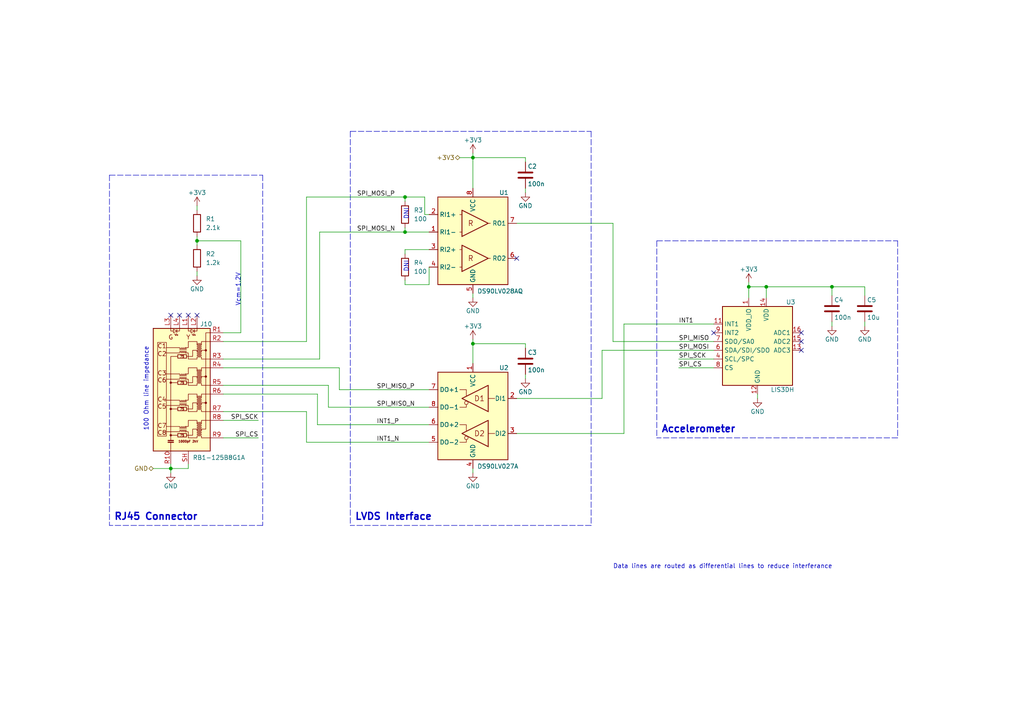
<source format=kicad_sch>
(kicad_sch (version 20211123) (generator eeschema)
  (paper "A4")
  (title_block (title "BLF Toolhaed PCB") (date "2022-07-16") (rev "0.1") (company "https://github.com/Battosai42/CraftbotPlus_Upgrade"))
  (lib_symbols
    (symbol "Connector:RB1-125B8G1A" (pin_names hide)
      (property "Reference" "J" (at -7.62 20.32 0))
      (property "Value" "RB1-125B8G1A" (at 15.24 20.32 0))
      (symbol "RB1-125B8G1A_0_0"
        (polyline (pts (xy -0.508 -11.938) (xy -2.54 -11.938)))
        (polyline (pts (xy 0 -10.922) (xy -3.81 -10.922)))
        (polyline (pts (xy 0 -9.398) (xy -3.81 -9.398)))
        (polyline (pts (xy 0 -3.302) (xy -3.81 -3.302)))
        (polyline (pts (xy 0 -1.778) (xy -3.81 -1.778)))
        (polyline (pts (xy 0 4.318) (xy -3.81 4.318)))
        (polyline (pts (xy 0 5.842) (xy -3.81 5.842)))
        (polyline (pts (xy 0 11.938) (xy -3.81 11.938)))
        (polyline (pts (xy 0 13.462) (xy -3.81 13.462)))
        (polyline (pts (xy 6.35 5.08) (xy 7.62 5.08)))
        (polyline (pts (xy 7.62 -2.54) (xy 6.35 -2.54)))
        (polyline (pts (xy 7.62 12.7) (xy 6.35 12.7)))
        (polyline (pts (xy 2.032 -11.938) (xy 3.81 -11.938) (xy 3.81 -10.16) (xy 5.08 -10.16)))
        (polyline (pts (xy 2.032 -4.318) (xy 3.81 -4.318) (xy 3.81 -2.54) (xy 5.08 -2.54)))
        (polyline (pts (xy 2.032 3.302) (xy 3.81 3.302) (xy 3.81 5.08) (xy 5.08 5.08)))
        (polyline (pts (xy 2.032 10.922) (xy 3.81 10.922) (xy 3.81 12.7) (xy 5.08 12.7)))
        (text "1000pF 2kV" (at 2.54 -13.716 0) (effects (font (size 0.635 0.635))))
        (text "75" (at 0.762 -11.938 0) (effects (font (size 0.635 0.635))))
        (text "75" (at 0.762 -4.318 0) (effects (font (size 0.635 0.635))))
        (text "75" (at 0.762 3.302 0) (effects (font (size 0.635 0.635))))
        (text "75" (at 0.762 10.922 0) (effects (font (size 0.635 0.635))))
        (text "C1" (at -5.08 13.97 0) (effects (font (size 1.27 1.27))))
        (text "C2" (at -5.08 11.684 0) (effects (font (size 1.27 1.27))))
        (text "C3" (at -5.08 6.096 0) (effects (font (size 1.27 1.27))))
        (text "C4" (at -5.08 -1.524 0) (effects (font (size 1.27 1.27))))
        (text "C5" (at -5.08 -3.556 0) (effects (font (size 1.27 1.27))))
        (text "C6" (at -5.08 4.064 0) (effects (font (size 1.27 1.27))))
        (text "C7" (at -5.08 -9.144 0) (effects (font (size 1.27 1.27))))
        (text "C8" (at -5.08 -11.176 0) (effects (font (size 1.27 1.27))))
        (text "G" (at -2.54 16.51 0) (effects (font (size 1.27 1.27))))
        (text "Y" (at 2.54 16.51 0) (effects (font (size 1.27 1.27))))
      )
      (symbol "RB1-125B8G1A_0_1"
        (rectangle (start -3.81 -12.192) (end -6.35 14.986))
        (circle (center -2.54 -11.938) (radius 0.254) (fill (type outline)))
        (circle (center -2.54 -4.318) (radius 0.254) (fill (type outline)))
        (circle (center -2.54 3.302) (radius 0.254) (fill (type outline)))
        (rectangle (start -0.508 -12.446) (end 2.032 -11.43) (stroke (width 0.2032)))
        (rectangle (start -0.508 -4.826) (end 2.032 -3.81) (stroke (width 0.2032)))
        (rectangle (start -0.508 2.794) (end 2.032 3.81) (stroke (width 0.2032)))
        (rectangle (start -0.508 10.414) (end 2.032 11.43) (stroke (width 0.2032)))
        (arc (start 0 -9.398) (mid 0.254 -9.652) (end 0.508 -9.398))
        (arc (start 0 -1.778) (mid 0.254 -2.032) (end 0.508 -1.778))
        (polyline (pts (xy -3.302 -13.97) (xy -1.778 -13.97)) (stroke (width 0.3302)))
        (polyline (pts (xy -3.302 -13.462) (xy -1.778 -13.462)) (stroke (width 0.3048)))
        (polyline (pts (xy -2.54 -16.51) (xy -2.54 -13.97)))
        (polyline (pts (xy -2.54 3.302) (xy -0.508 3.302)))
        (polyline (pts (xy -1.016 17.018) (xy -1.524 17.526)))
        (polyline (pts (xy -0.762 18.796) (xy -0.762 17.78)))
        (polyline (pts (xy -0.508 -4.318) (xy -2.54 -4.318)))
        (polyline (pts (xy -0.508 17.018) (xy -1.016 17.526)))
        (polyline (pts (xy 0 -10.414) (xy 2.032 -10.414)))
        (polyline (pts (xy 0 -2.794) (xy 2.032 -2.794)))
        (polyline (pts (xy 0 4.826) (xy 2.032 4.826)))
        (polyline (pts (xy 0 12.446) (xy 2.032 12.446)))
        (polyline (pts (xy 2.032 -9.906) (xy 0 -9.906)))
        (polyline (pts (xy 2.032 -2.286) (xy 0 -2.286)))
        (polyline (pts (xy 2.032 5.334) (xy 0 5.334)))
        (polyline (pts (xy 2.032 12.954) (xy 0 12.954)))
        (polyline (pts (xy 4.064 17.018) (xy 3.556 17.526)))
        (polyline (pts (xy 4.318 18.796) (xy 4.318 17.78)))
        (polyline (pts (xy 4.572 17.018) (xy 4.064 17.526)))
        (polyline (pts (xy 5.588 -8.128) (xy 5.588 -12.192)))
        (polyline (pts (xy 5.588 -0.508) (xy 5.588 -4.572)))
        (polyline (pts (xy 5.588 7.112) (xy 5.588 3.048)))
        (polyline (pts (xy 5.588 14.732) (xy 5.588 10.668)))
        (polyline (pts (xy 5.842 -12.192) (xy 5.842 -8.128)))
        (polyline (pts (xy 5.842 -4.572) (xy 5.842 -0.508)))
        (polyline (pts (xy 5.842 3.048) (xy 5.842 7.112)))
        (polyline (pts (xy 5.842 10.668) (xy 5.842 14.732)))
        (polyline (pts (xy -2.54 -13.462) (xy -2.54 10.922) (xy -0.508 10.922)))
        (polyline (pts (xy -2.54 19.05) (xy -2.54 18.288) (xy -1.778 18.288)))
        (polyline (pts (xy -1.016 17.272) (xy -1.016 17.018) (xy -1.27 17.018)))
        (polyline (pts (xy -0.508 17.272) (xy -0.508 17.018) (xy -0.762 17.018)))
        (polyline (pts (xy 0 19.05) (xy 0 18.288) (xy -0.762 18.288)))
        (polyline (pts (xy 2.54 19.05) (xy 2.54 18.288) (xy 3.302 18.288)))
        (polyline (pts (xy 4.064 17.272) (xy 4.064 17.018) (xy 3.81 17.018)))
        (polyline (pts (xy 4.572 17.272) (xy 4.572 17.018) (xy 4.318 17.018)))
        (polyline (pts (xy 5.08 19.05) (xy 5.08 18.288) (xy 4.318 18.288)))
        (polyline (pts (xy 6.35 -12.192) (xy 6.35 -12.7) (xy 8.89 -12.7)))
        (polyline (pts (xy 6.35 -8.128) (xy 6.35 -7.62) (xy 8.89 -7.62)))
        (polyline (pts (xy 6.35 -4.572) (xy 6.35 -5.08) (xy 8.89 -5.08)))
        (polyline (pts (xy 6.35 -0.508) (xy 6.35 0) (xy 8.89 0)))
        (polyline (pts (xy 6.35 3.048) (xy 6.35 2.54) (xy 8.89 2.54)))
        (polyline (pts (xy 6.35 7.112) (xy 6.35 7.62) (xy 8.89 7.62)))
        (polyline (pts (xy 6.35 10.668) (xy 6.35 10.16) (xy 8.89 10.16)))
        (polyline (pts (xy 6.35 14.732) (xy 6.35 15.24) (xy 8.89 15.24)))
        (polyline (pts (xy -0.762 18.288) (xy -1.778 18.796) (xy -1.778 17.78) (xy -0.762 18.288)))
        (polyline (pts (xy 4.318 18.288) (xy 3.302 18.796) (xy 3.302 17.78) (xy 4.318 18.288)))
        (polyline (pts (xy 8.89 17.78) (xy 7.62 17.78) (xy 7.62 -10.16) (xy 6.35 -10.16)))
        (polyline (pts (xy 2.032 -9.398) (xy 2.54 -9.398) (xy 2.54 -7.62) (xy 5.08 -7.62) (xy 5.08 -8.128)))
        (polyline (pts (xy 2.032 -1.778) (xy 2.54 -1.778) (xy 2.54 0) (xy 5.08 0) (xy 5.08 -0.508)))
        (polyline (pts (xy 2.032 5.842) (xy 2.54 5.842) (xy 2.54 7.62) (xy 5.08 7.62) (xy 5.08 7.112)))
        (polyline (pts (xy 2.032 13.462) (xy 2.54 13.462) (xy 2.54 15.24) (xy 5.08 15.24) (xy 5.08 14.732)))
        (polyline (pts (xy 5.08 -12.192) (xy 5.08 -12.7) (xy 2.54 -12.7) (xy 2.54 -10.922) (xy 2.032 -10.922)))
        (polyline (pts (xy 5.08 -4.572) (xy 5.08 -5.08) (xy 2.54 -5.08) (xy 2.54 -3.302) (xy 2.032 -3.302)))
        (polyline (pts (xy 5.08 3.048) (xy 5.08 2.54) (xy 2.54 2.54) (xy 2.54 4.318) (xy 2.032 4.318)))
        (polyline (pts (xy 5.08 10.668) (xy 5.08 10.16) (xy 2.54 10.16) (xy 2.54 11.938) (xy 2.032 11.938)))
        (arc (start 0 5.842) (mid 0.254 5.588) (end 0.508 5.842))
        (arc (start 0 13.462) (mid 0.254 13.208) (end 0.508 13.462))
        (arc (start 0.508 -10.922) (mid 0.254 -10.668) (end 0 -10.922))
        (arc (start 0.508 -9.398) (mid 0.762 -9.652) (end 1.016 -9.398))
        (arc (start 0.508 -3.302) (mid 0.254 -3.048) (end 0 -3.302))
        (arc (start 0.508 -1.778) (mid 0.762 -2.032) (end 1.016 -1.778))
        (arc (start 0.508 4.318) (mid 0.254 4.572) (end 0 4.318))
        (arc (start 0.508 5.842) (mid 0.762 5.588) (end 1.016 5.842))
        (arc (start 0.508 11.938) (mid 0.254 12.192) (end 0 11.938))
        (arc (start 0.508 13.462) (mid 0.762 13.208) (end 1.016 13.462))
        (arc (start 1.016 -10.922) (mid 0.762 -10.668) (end 0.508 -10.922))
        (arc (start 1.016 -9.398) (mid 1.27 -9.652) (end 1.524 -9.398))
        (arc (start 1.016 -3.302) (mid 0.762 -3.048) (end 0.508 -3.302))
        (arc (start 1.016 -1.778) (mid 1.27 -2.032) (end 1.524 -1.778))
        (arc (start 1.016 4.318) (mid 0.762 4.572) (end 0.508 4.318))
        (arc (start 1.016 5.842) (mid 1.27 5.588) (end 1.524 5.842))
        (arc (start 1.016 11.938) (mid 0.762 12.192) (end 0.508 11.938))
        (arc (start 1.016 13.462) (mid 1.27 13.208) (end 1.524 13.462))
        (arc (start 1.524 -10.922) (mid 1.27 -10.668) (end 1.016 -10.922))
        (arc (start 1.524 -9.398) (mid 1.778 -9.652) (end 2.032 -9.398))
        (arc (start 1.524 -3.302) (mid 1.27 -3.048) (end 1.016 -3.302))
        (arc (start 1.524 -1.778) (mid 1.778 -2.032) (end 2.032 -1.778))
        (arc (start 1.524 4.318) (mid 1.27 4.572) (end 1.016 4.318))
        (arc (start 1.524 5.842) (mid 1.778 5.588) (end 2.032 5.842))
        (arc (start 1.524 11.938) (mid 1.27 12.192) (end 1.016 11.938))
        (arc (start 1.524 13.462) (mid 1.778 13.208) (end 2.032 13.462))
        (circle (center 1.778 -10.9474) (radius 0.0762) (stroke (width 0.0254)) (fill (type outline)))
        (circle (center 1.778 -9.3726) (radius 0.0762) (stroke (width 0.0254)) (fill (type outline)))
        (circle (center 1.778 -3.3274) (radius 0.0762) (stroke (width 0.0254)) (fill (type outline)))
        (circle (center 1.778 -1.7526) (radius 0.0762) (stroke (width 0.0254)) (fill (type outline)))
        (circle (center 1.778 4.2926) (radius 0.0762) (stroke (width 0.0254)) (fill (type outline)))
        (circle (center 1.778 5.8674) (radius 0.0762) (stroke (width 0.0254)) (fill (type outline)))
        (circle (center 1.778 11.9126) (radius 0.0762) (stroke (width 0.0254)) (fill (type outline)))
        (circle (center 1.778 13.4874) (radius 0.0762) (stroke (width 0.0254)) (fill (type outline)))
        (arc (start 2.032 -10.922) (mid 1.778 -10.668) (end 1.524 -10.922))
        (arc (start 2.032 -3.302) (mid 1.778 -3.048) (end 1.524 -3.302))
        (arc (start 2.032 4.318) (mid 1.778 4.572) (end 1.524 4.318))
        (arc (start 2.032 11.938) (mid 1.778 12.192) (end 1.524 11.938))
        (circle (center 5.0546 -10.414) (radius 0.0762) (stroke (width 0.0254)) (fill (type outline)))
        (circle (center 5.0546 -8.382) (radius 0.0762) (stroke (width 0.0254)) (fill (type outline)))
        (circle (center 5.0546 -2.794) (radius 0.0762) (stroke (width 0.0254)) (fill (type outline)))
        (circle (center 5.0546 -0.762) (radius 0.0762) (stroke (width 0.0254)) (fill (type outline)))
        (circle (center 5.0546 4.826) (radius 0.0762) (stroke (width 0.0254)) (fill (type outline)))
        (circle (center 5.0546 6.858) (radius 0.0762) (stroke (width 0.0254)) (fill (type outline)))
        (circle (center 5.0546 12.446) (radius 0.0762) (stroke (width 0.0254)) (fill (type outline)))
        (circle (center 5.0546 14.478) (radius 0.0762) (stroke (width 0.0254)) (fill (type outline)))
        (arc (start 5.08 -12.192) (mid 5.334 -11.938) (end 5.08 -11.684))
        (arc (start 5.08 -11.684) (mid 5.334 -11.43) (end 5.08 -11.176))
        (arc (start 5.08 -11.176) (mid 5.334 -10.922) (end 5.08 -10.668))
        (arc (start 5.08 -10.668) (mid 5.334 -10.414) (end 5.08 -10.16))
        (arc (start 5.08 -10.16) (mid 5.334 -9.906) (end 5.08 -9.652))
        (arc (start 5.08 -9.652) (mid 5.334 -9.398) (end 5.08 -9.144))
        (arc (start 5.08 -9.144) (mid 5.334 -8.89) (end 5.08 -8.636))
        (arc (start 5.08 -8.636) (mid 5.334 -8.382) (end 5.08 -8.128))
        (arc (start 5.08 -4.572) (mid 5.334 -4.318) (end 5.08 -4.064))
        (arc (start 5.08 -4.064) (mid 5.334 -3.81) (end 5.08 -3.556))
        (arc (start 5.08 -3.556) (mid 5.334 -3.302) (end 5.08 -3.048))
        (arc (start 5.08 -3.048) (mid 5.334 -2.794) (end 5.08 -2.54))
        (arc (start 5.08 -2.54) (mid 5.334 -2.286) (end 5.08 -2.032))
        (arc (start 5.08 -2.032) (mid 5.334 -1.778) (end 5.08 -1.524))
        (arc (start 5.08 -1.524) (mid 5.334 -1.27) (end 5.08 -1.016))
        (arc (start 5.08 -1.016) (mid 5.334 -0.762) (end 5.08 -0.508))
        (arc (start 5.08 3.048) (mid 5.334 3.302) (end 5.08 3.556))
        (arc (start 5.08 3.556) (mid 5.334 3.81) (end 5.08 4.064))
        (arc (start 5.08 4.064) (mid 5.334 4.318) (end 5.08 4.572))
        (arc (start 5.08 4.572) (mid 5.334 4.826) (end 5.08 5.08))
        (arc (start 5.08 5.08) (mid 5.334 5.334) (end 5.08 5.588))
        (arc (start 5.08 5.588) (mid 5.334 5.842) (end 5.08 6.096))
        (arc (start 5.08 6.096) (mid 5.334 6.35) (end 5.08 6.604))
        (arc (start 5.08 6.604) (mid 5.334 6.858) (end 5.08 7.112))
        (arc (start 5.08 10.668) (mid 5.334 10.922) (end 5.08 11.176))
        (arc (start 5.08 11.176) (mid 5.334 11.43) (end 5.08 11.684))
        (arc (start 5.08 11.684) (mid 5.334 11.938) (end 5.08 12.192))
        (arc (start 5.08 12.192) (mid 5.334 12.446) (end 5.08 12.7))
        (arc (start 5.08 12.7) (mid 5.334 12.954) (end 5.08 13.208))
        (arc (start 5.08 13.208) (mid 5.334 13.462) (end 5.08 13.716))
        (arc (start 5.08 13.716) (mid 5.334 13.97) (end 5.08 14.224))
        (arc (start 5.08 14.224) (mid 5.334 14.478) (end 5.08 14.732))
        (arc (start 6.35 -11.684) (mid 6.096 -11.938) (end 6.35 -12.192))
        (arc (start 6.35 -11.176) (mid 6.096 -11.43) (end 6.35 -11.684))
        (arc (start 6.35 -10.668) (mid 6.096 -10.922) (end 6.35 -11.176))
        (arc (start 6.35 -10.16) (mid 6.096 -10.414) (end 6.35 -10.668))
        (arc (start 6.35 -9.652) (mid 6.096 -9.906) (end 6.35 -10.16))
        (arc (start 6.35 -9.144) (mid 6.096 -9.398) (end 6.35 -9.652))
        (arc (start 6.35 -8.636) (mid 6.096 -8.89) (end 6.35 -9.144))
        (arc (start 6.35 -8.128) (mid 6.096 -8.382) (end 6.35 -8.636))
        (arc (start 6.35 -4.064) (mid 6.096 -4.318) (end 6.35 -4.572))
        (arc (start 6.35 -3.556) (mid 6.096 -3.81) (end 6.35 -4.064))
        (arc (start 6.35 -3.048) (mid 6.096 -3.302) (end 6.35 -3.556))
        (arc (start 6.35 -2.54) (mid 6.096 -2.794) (end 6.35 -3.048))
        (arc (start 6.35 -2.032) (mid 6.096 -2.286) (end 6.35 -2.54))
        (arc (start 6.35 -1.524) (mid 6.096 -1.778) (end 6.35 -2.032))
        (arc (start 6.35 -1.016) (mid 6.096 -1.27) (end 6.35 -1.524))
        (arc (start 6.35 -0.508) (mid 6.096 -0.762) (end 6.35 -1.016))
        (arc (start 6.35 3.556) (mid 6.096 3.302) (end 6.35 3.048))
        (arc (start 6.35 4.064) (mid 6.096 3.81) (end 6.35 3.556))
        (arc (start 6.35 4.572) (mid 6.096 4.318) (end 6.35 4.064))
        (arc (start 6.35 5.08) (mid 6.096 4.826) (end 6.35 4.572))
        (arc (start 6.35 5.588) (mid 6.096 5.334) (end 6.35 5.08))
        (arc (start 6.35 6.096) (mid 6.096 5.842) (end 6.35 5.588))
        (arc (start 6.35 6.604) (mid 6.096 6.35) (end 6.35 6.096))
        (arc (start 6.35 7.112) (mid 6.096 6.858) (end 6.35 6.604))
        (arc (start 6.35 11.176) (mid 6.096 10.922) (end 6.35 10.668))
        (arc (start 6.35 11.684) (mid 6.096 11.43) (end 6.35 11.176))
        (arc (start 6.35 12.192) (mid 6.096 11.938) (end 6.35 11.684))
        (arc (start 6.35 12.7) (mid 6.096 12.446) (end 6.35 12.192))
        (arc (start 6.35 13.208) (mid 6.096 12.954) (end 6.35 12.7))
        (arc (start 6.35 13.716) (mid 6.096 13.462) (end 6.35 13.208))
        (arc (start 6.35 14.224) (mid 6.096 13.97) (end 6.35 13.716))
        (arc (start 6.35 14.732) (mid 6.096 14.478) (end 6.35 14.224))
        (circle (center 6.3754 -10.414) (radius 0.0762) (stroke (width 0.0254)) (fill (type outline)))
        (circle (center 6.3754 -8.382) (radius 0.0762) (stroke (width 0.0254)) (fill (type outline)))
        (circle (center 6.3754 -2.794) (radius 0.0762) (stroke (width 0.0254)) (fill (type outline)))
        (circle (center 6.3754 -0.762) (radius 0.0762) (stroke (width 0.0254)) (fill (type outline)))
        (circle (center 6.3754 4.826) (radius 0.0762) (stroke (width 0.0254)) (fill (type outline)))
        (circle (center 6.3754 6.858) (radius 0.0762) (stroke (width 0.0254)) (fill (type outline)))
        (circle (center 6.3754 12.446) (radius 0.0762) (stroke (width 0.0254)) (fill (type outline)))
        (circle (center 6.3754 14.478) (radius 0.0762) (stroke (width 0.0254)) (fill (type outline)))
        (circle (center 7.62 -2.54) (radius 0.254) (fill (type outline)))
        (circle (center 7.62 5.08) (radius 0.254) (fill (type outline)))
        (circle (center 7.62 12.7) (radius 0.254) (fill (type outline)))
        (rectangle (start 8.89 19.05) (end -7.62 -16.51) (stroke (width 0.254)) (fill (type background)))
        (pin power_in line (at -2.54 -20.32 90) (length 3.81) (name "GND") (number "R10"))
      )
      (symbol "RB1-125B8G1A_1_1"
        (pin passive line (at 2.54 22.86 270) (length 3.81) (name "~") (number "L1"))
        (pin passive line (at 5.08 22.86 270) (length 3.81) (name "~") (number "L2"))
        (pin passive line (at -2.54 22.86 270) (length 3.81) (name "~") (number "L3"))
        (pin passive line (at 0 22.86 270) (length 3.81) (name "~") (number "L4"))
        (pin passive line (at 12.7 17.78 180) (length 3.81) (name "CT") (number "R1"))
        (pin passive line (at 12.7 15.24 180) (length 3.81) (name "TD1+") (number "R2"))
        (pin passive line (at 12.7 10.16 180) (length 3.81) (name "TD1-") (number "R3"))
        (pin passive line (at 12.7 7.62 180) (length 3.81) (name "TD2+") (number "R4"))
        (pin passive line (at 12.7 2.54 180) (length 3.81) (name "TD2-") (number "R5"))
        (pin passive line (at 12.7 0 180) (length 3.81) (name "TD3+") (number "R6"))
        (pin passive line (at 12.7 -5.08 180) (length 3.81) (name "TD3-") (number "R7"))
        (pin passive line (at 12.7 -7.62 180) (length 3.81) (name "TD4+") (number "R8"))
        (pin passive line (at 12.7 -12.7 180) (length 3.81) (name "TD4-") (number "R9"))
        (pin passive line (at 2.54 -20.32 90) (length 3.81) (name "SH") (number "SH"))
      )
    )
    (symbol "Device:C" (pin_numbers hide) (pin_names (offset 0.254))
      (property "Reference" "C" (at 0.635 2.54 0))
      (property "Value" "C" (at 0.635 -2.54 0))
      (symbol "C_0_1"
        (polyline (pts (xy -2.032 -0.762) (xy 2.032 -0.762)) (stroke (width 0.508)))
        (polyline (pts (xy -2.032 0.762) (xy 2.032 0.762)) (stroke (width 0.508)))
      )
      (symbol "C_1_1"
        (pin passive line (at 0 3.81 270) (length 2.794) (name "~") (number "1"))
        (pin passive line (at 0 -3.81 90) (length 2.794) (name "~") (number "2"))
      )
    )
    (symbol "Device:R" (pin_numbers hide) (pin_names (offset 0))
      (property "Reference" "R" (at 2.032 0 90))
      (property "Value" "R" (at 0 0 90))
      (symbol "R_0_1"
        (rectangle (start -1.016 -2.54) (end 1.016 2.54) (stroke (width 0.254)))
      )
      (symbol "R_1_1"
        (pin passive line (at 0 3.81 270) (length 1.27) (name "~") (number "1"))
        (pin passive line (at 0 -3.81 90) (length 1.27) (name "~") (number "2"))
      )
    )
    (symbol "Interface:DS90LV027A"
      (property "Reference" "U" (at -10.16 13.97 0))
      (property "Value" "DS90LV027A" (at 1.27 13.97 0))
      (symbol "DS90LV027A_1_0"
        (rectangle (start -10.16 12.7) (end 10.16 -12.7) (stroke (width 0.254)) (fill (type background)))
        (polyline (pts (xy 1.905 -6.858) (xy 1.905 -7.62)))
        (polyline (pts (xy 1.905 -4.445) (xy 1.905 -2.54)))
        (polyline (pts (xy 1.905 3.302) (xy 1.905 2.54)))
        (polyline (pts (xy 1.905 5.715) (xy 1.905 7.62)))
        (circle (center 1.905 -6.35) (radius 0.508))
        (circle (center 1.905 3.81) (radius 0.508))
        (text "D1" (at -1.905 5.08 0) (effects (font (size 1.524 1.524))))
        (text "D2" (at -1.905 -5.08 0) (effects (font (size 1.524 1.524))))
      )
      (symbol "DS90LV027A_1_1"
        (polyline (pts (xy -6.35 -5.08) (xy -4.445 -5.08)))
        (polyline (pts (xy -6.35 5.08) (xy -4.445 5.08)))
        (polyline (pts (xy 1.905 -7.62) (xy 3.81 -7.62)))
        (polyline (pts (xy 1.905 2.54) (xy 3.81 2.54)))
        (polyline (pts (xy 3.81 -2.54) (xy 1.905 -2.54)))
        (polyline (pts (xy 3.81 7.62) (xy 1.905 7.62)))
        (polyline (pts (xy -4.445 -8.89) (xy -4.445 -1.27) (xy 3.175 -5.08) (xy -4.445 -8.89)) (stroke (width 0.254)))
        (polyline (pts (xy -4.445 1.27) (xy -4.445 8.89) (xy 3.175 5.08) (xy -4.445 1.27)) (stroke (width 0.254)))
        (pin power_in line (at 0 15.24 270) (length 2.54) (name "VCC") (number "1"))
        (pin input line (at -12.7 5.08 0) (length 2.54) (name "DI1") (number "2"))
        (pin input line (at -12.7 -5.08 0) (length 2.54) (name "DI2") (number "3"))
        (pin power_in line (at 0 -15.24 90) (length 2.54) (name "GND") (number "4"))
        (pin output line (at 12.7 -7.62 180) (length 2.54) (name "DO-2") (number "5"))
        (pin output line (at 12.7 -2.54 180) (length 2.54) (name "DO+2") (number "6"))
        (pin output line (at 12.7 7.62 180) (length 2.54) (name "DO+1") (number "7"))
        (pin output line (at 12.7 2.54 180) (length 2.54) (name "DO-1") (number "8"))
      )
    )
    (symbol "Sensor_Motion:LIS3DH"
      (property "Reference" "U" (at -7.62 11.43 0))
      (property "Value" "LIS3DH" (at 6.35 11.43 0))
      (symbol "LIS3DH_0_1"
        (rectangle (start -10.16 10.16) (end 10.16 -12.7) (stroke (width 0.254)) (fill (type background)))
      )
      (symbol "LIS3DH_1_1"
        (pin power_in line (at -2.54 12.7 270) (length 2.54) (name "VDD_IO") (number "1"))
        (pin passive line (at 0 -15.24 90) (length 2.54) hide (name "GND") (number "10"))
        (pin output line (at -12.7 5.08 0) (length 2.54) (name "INT1") (number "11"))
        (pin power_in line (at 0 -15.24 90) (length 2.54) (name "GND") (number "12"))
        (pin input line (at 12.7 -2.54 180) (length 2.54) (name "ADC3") (number "13"))
        (pin power_in line (at 2.54 12.7 270) (length 2.54) (name "VDD") (number "14"))
        (pin input line (at 12.7 0 180) (length 2.54) (name "ADC2") (number "15"))
        (pin input line (at 12.7 2.54 180) (length 2.54) (name "ADC1") (number "16"))
        (pin no_connect line (at 10.16 5.08 180) (length 2.54) hide (name "NC") (number "2"))
        (pin no_connect line (at 10.16 7.62 180) (length 2.54) hide (name "NC") (number "3"))
        (pin input line (at -12.7 -5.08 0) (length 2.54) (name "SCL/SPC") (number "4"))
        (pin passive line (at 0 -15.24 90) (length 2.54) hide (name "GND") (number "5"))
        (pin bidirectional line (at -12.7 -2.54 0) (length 2.54) (name "SDA/SDI/SDO") (number "6"))
        (pin bidirectional line (at -12.7 0 0) (length 2.54) (name "SDO/SA0") (number "7"))
        (pin input line (at -12.7 -7.62 0) (length 2.54) (name "CS") (number "8"))
        (pin output line (at -12.7 2.54 0) (length 2.54) (name "INT2") (number "9"))
      )
    )
    (symbol "power:+3.3V" (power) (pin_names (offset 0))
      (property "Value" "+3.3V" (at 0 3.556 0))
      (symbol "+3.3V_0_1"
        (polyline (pts (xy -0.762 1.27) (xy 0 2.54)))
        (polyline (pts (xy 0 0) (xy 0 2.54)))
        (polyline (pts (xy 0 2.54) (xy 0.762 1.27)))
      )
      (symbol "+3.3V_1_1"
        (pin power_in line (at 0 0 90) (length 0) hide (name "+3V3") (number "1"))
      )
    )
    (symbol "power:GND" (power) (pin_names (offset 0))
      (property "Value" "GND" (at 0 -3.81 0))
      (symbol "GND_0_1"
        (polyline (pts (xy 0 0) (xy 0 -1.27) (xy 1.27 -1.27) (xy 0 -2.54) (xy -1.27 -1.27) (xy 0 -1.27)))
      )
      (symbol "GND_1_1"
        (pin power_in line (at 0 0 270) (length 0) hide (name "GND") (number "1"))
      )
    )
    (symbol "toolhead:DS90LV028AQ"
      (property "Reference" "U1" (at 7.62 13.97 0))
      (property "Value" "DS90LV028AQ" (at 1.27 -14.605 0))
      (symbol "DS90LV028AQ_0_1"
        (rectangle (start -10.16 12.7) (end 10.16 -12.7) (stroke (width 0.254)) (fill (type background)))
      )
      (symbol "DS90LV028AQ_1_0"
        (text "R" (at -0.635 -5.08 0) (effects (font (size 1.524 1.524))))
        (text "R" (at -0.635 5.08 0) (effects (font (size 1.524 1.524))))
      )
      (symbol "DS90LV028AQ_1_1"
        (polyline (pts (xy -3.81 -7.62) (xy -3.175 -7.62)))
        (polyline (pts (xy -3.81 -2.54) (xy -3.175 -2.54)))
        (polyline (pts (xy -3.81 2.54) (xy -3.175 2.54)))
        (polyline (pts (xy -3.81 7.62) (xy -3.175 7.62)))
        (polyline (pts (xy 5.08 -5.08) (xy 4.445 -5.08)))
        (polyline (pts (xy 5.08 5.08) (xy 4.445 5.08)))
        (polyline (pts (xy -3.175 -8.89) (xy -3.175 -1.27) (xy 4.445 -5.08) (xy -3.175 -8.89)) (stroke (width 0.254)))
        (polyline (pts (xy -3.175 1.27) (xy -3.175 8.89) (xy 4.445 5.08) (xy -3.175 1.27)) (stroke (width 0.254)))
        (pin input line (at -12.7 2.54 0) (length 2.54) (name "RI1-") (number "1"))
        (pin input line (at -12.7 7.62 0) (length 2.54) (name "RI1+") (number "2"))
        (pin input line (at -12.7 -2.54 0) (length 2.54) (name "RI2+") (number "3"))
        (pin input line (at -12.7 -7.62 0) (length 2.54) (name "RI2-") (number "4"))
        (pin power_in line (at 0 -15.24 90) (length 2.54) (name "GND") (number "5"))
        (pin output line (at 12.7 -5.08 180) (length 2.54) (name "RO2") (number "6"))
        (pin output line (at 12.7 5.08 180) (length 2.54) (name "RO1") (number "7"))
        (pin power_in line (at 0 15.24 270) (length 2.54) (name "VCC") (number "8"))
      )
    )
  )
  (junction (at 137.16 45.72))
  (junction (at 137.16 99.695))
  (junction (at 241.3 83.185))
  (junction (at 49.53 135.89))
  (junction (at 57.15 69.85))
  (junction (at 117.475 57.15))
  (junction (at 217.17 83.185))
  (junction (at 117.475 67.31))
  (junction (at 222.25 83.185))
  (no_connect (at 207.01 96.52))
  (no_connect (at 232.41 99.06))
  (no_connect (at 232.41 101.6))
  (no_connect (at 232.41 96.52))
  (no_connect (at 52.07 91.44))
  (no_connect (at 49.53 91.44))
  (no_connect (at 57.15 91.44))
  (no_connect (at 149.86 74.93))
  (no_connect (at 54.61 91.44))
  (wire (pts (xy 117.475 57.15) (xy 88.9 57.15)))
  (wire (pts (xy 222.25 83.185) (xy 222.25 86.36)))
  (wire (pts (xy 207.01 106.68) (xy 196.85 106.68)))
  (polyline (pts (xy 171.45 152.4) (xy 101.6 152.4)))
  (wire (pts (xy 137.16 99.695) (xy 137.16 105.41)))
  (wire (pts (xy 57.15 68.58) (xy 57.15 69.85)))
  (wire (pts (xy 117.475 57.15) (xy 117.475 58.42)))
  (polyline (pts (xy 31.75 50.8) (xy 76.2 50.8)))
  (wire (pts (xy 123.19 57.15) (xy 123.19 62.23)))
  (wire (pts (xy 64.77 114.3) (xy 92.075 114.3)))
  (wire (pts (xy 69.85 96.52) (xy 69.85 69.85)))
  (wire (pts (xy 95.25 118.11) (xy 124.46 118.11)))
  (polyline (pts (xy 31.75 50.8) (xy 31.75 152.4)))
  (wire (pts (xy 137.16 137.16) (xy 137.16 135.89)))
  (wire (pts (xy 57.15 80.01) (xy 57.15 78.74)))
  (wire (pts (xy 57.15 59.69) (xy 57.15 60.96)))
  (wire (pts (xy 49.53 134.62) (xy 49.53 135.89)))
  (wire (pts (xy 174.625 115.57) (xy 149.86 115.57)))
  (wire (pts (xy 152.4 45.72) (xy 152.4 46.99)))
  (wire (pts (xy 88.9 128.27) (xy 124.46 128.27)))
  (wire (pts (xy 250.825 94.615) (xy 250.825 93.345)))
  (wire (pts (xy 133.35 45.72) (xy 137.16 45.72)))
  (polyline (pts (xy 76.2 152.4) (xy 31.75 152.4)))
  (wire (pts (xy 54.61 134.62) (xy 54.61 135.89)))
  (wire (pts (xy 217.17 83.185) (xy 217.17 86.36)))
  (wire (pts (xy 196.85 104.14) (xy 207.01 104.14)))
  (wire (pts (xy 57.15 69.85) (xy 57.15 71.12)))
  (wire (pts (xy 137.16 44.45) (xy 137.16 45.72)))
  (polyline (pts (xy 101.6 38.1) (xy 171.45 38.1)))
  (wire (pts (xy 64.77 99.06) (xy 88.9 99.06)))
  (wire (pts (xy 152.4 55.88) (xy 152.4 54.61)))
  (wire (pts (xy 54.61 135.89) (xy 49.53 135.89)))
  (wire (pts (xy 95.25 111.76) (xy 95.25 118.11)))
  (wire (pts (xy 98.425 113.03) (xy 124.46 113.03)))
  (wire (pts (xy 124.46 77.47) (xy 124.46 82.55)))
  (wire (pts (xy 177.8 64.77) (xy 177.8 99.06)))
  (wire (pts (xy 88.9 119.38) (xy 88.9 128.27)))
  (wire (pts (xy 137.16 86.36) (xy 137.16 85.09)))
  (wire (pts (xy 92.075 123.19) (xy 124.46 123.19)))
  (wire (pts (xy 149.86 64.77) (xy 177.8 64.77)))
  (wire (pts (xy 117.475 72.39) (xy 124.46 72.39)))
  (wire (pts (xy 117.475 66.04) (xy 117.475 67.31)))
  (wire (pts (xy 74.93 127) (xy 64.77 127)))
  (polyline (pts (xy 171.45 38.1) (xy 171.45 152.4)))
  (polyline (pts (xy 190.5 69.85) (xy 260.35 69.85)))
  (wire (pts (xy 137.16 45.72) (xy 152.4 45.72)))
  (wire (pts (xy 152.4 99.695) (xy 152.4 100.965)))
  (wire (pts (xy 180.975 93.98) (xy 180.975 125.73)))
  (wire (pts (xy 92.71 67.31) (xy 117.475 67.31)))
  (wire (pts (xy 137.16 99.695) (xy 152.4 99.695)))
  (wire (pts (xy 177.8 99.06) (xy 207.01 99.06)))
  (wire (pts (xy 64.77 121.92) (xy 74.93 121.92)))
  (polyline (pts (xy 76.2 50.8) (xy 76.2 152.4)))
  (wire (pts (xy 174.625 101.6) (xy 174.625 115.57)))
  (wire (pts (xy 241.3 83.185) (xy 241.3 85.725)))
  (wire (pts (xy 117.475 82.55) (xy 124.46 82.55)))
  (wire (pts (xy 217.17 81.915) (xy 217.17 83.185)))
  (wire (pts (xy 152.4 109.855) (xy 152.4 108.585)))
  (wire (pts (xy 117.475 72.39) (xy 117.475 73.66)))
  (wire (pts (xy 137.16 98.425) (xy 137.16 99.695)))
  (polyline (pts (xy 260.35 127) (xy 190.5 127)))
  (wire (pts (xy 49.53 135.89) (xy 49.53 137.16)))
  (wire (pts (xy 88.9 57.15) (xy 88.9 99.06)))
  (wire (pts (xy 149.86 125.73) (xy 180.975 125.73)))
  (wire (pts (xy 137.16 45.72) (xy 137.16 54.61)))
  (wire (pts (xy 92.075 114.3) (xy 92.075 123.19)))
  (wire (pts (xy 174.625 101.6) (xy 207.01 101.6)))
  (wire (pts (xy 64.77 104.14) (xy 92.71 104.14)))
  (wire (pts (xy 64.77 96.52) (xy 69.85 96.52)))
  (wire (pts (xy 98.425 106.68) (xy 64.77 106.68)))
  (wire (pts (xy 123.19 62.23) (xy 124.46 62.23)))
  (wire (pts (xy 92.71 67.31) (xy 92.71 104.14)))
  (wire (pts (xy 222.25 83.185) (xy 241.3 83.185)))
  (wire (pts (xy 241.3 83.185) (xy 250.825 83.185)))
  (wire (pts (xy 219.71 115.57) (xy 219.71 114.3)))
  (wire (pts (xy 98.425 113.03) (xy 98.425 106.68)))
  (wire (pts (xy 117.475 81.28) (xy 117.475 82.55)))
  (wire (pts (xy 250.825 83.185) (xy 250.825 85.725)))
  (polyline (pts (xy 190.5 69.85) (xy 190.5 127)))
  (wire (pts (xy 217.17 83.185) (xy 222.25 83.185)))
  (wire (pts (xy 44.45 135.89) (xy 49.53 135.89)))
  (wire (pts (xy 64.77 119.38) (xy 88.9 119.38)))
  (wire (pts (xy 117.475 67.31) (xy 124.46 67.31)))
  (polyline (pts (xy 101.6 38.1) (xy 101.6 152.4)))
  (wire (pts (xy 69.85 69.85) (xy 57.15 69.85)))
  (wire (pts (xy 123.19 57.15) (xy 117.475 57.15)))
  (wire (pts (xy 180.975 93.98) (xy 207.01 93.98)))
  (wire (pts (xy 241.3 94.615) (xy 241.3 93.345)))
  (polyline (pts (xy 260.35 69.85) (xy 260.35 127)))
  (wire (pts (xy 64.77 111.76) (xy 95.25 111.76)))
  (text "Accelerometer" (at 191.77 125.73 0) (effects (font (size 2 2) (thickness 0.4) bold) (justify left bottom)))
  (text "Vcm=1.2V" (at 69.85 88.9 90) (effects (font (size 1.27 1.27)) (justify left bottom)))
  (text "RJ45 Connector" (at 33.02 151.13 0) (effects (font (size 2 2) (thickness 0.4) bold) (justify left bottom)))
  (text "DNI" (at 118.618 78.994 90) (effects (font (size 1.27 1.27)) (justify left bottom)))
  (text "DNI" (at 118.618 63.754 90) (effects (font (size 1.27 1.27)) (justify left bottom)))
  (text "LVDS Interface" (at 102.87 151.13 0) (effects (font (size 2 2) (thickness 0.4) bold) (justify left bottom)))
  (text "100 Ohm line impedance" (at 43.18 125.095 90) (effects (font (size 1.27 1.27)) (justify left bottom)))
  (text "Data lines are routed as differential lines to reduce interferance" (at 177.8 165.1 0) (effects (font (size 1.27 1.27)) (justify left bottom)))
  (label "SPI_MISO_N" (at 109.22 118.11 0))
  (label "SPI_MOSI_P" (at 103.505 57.15 0))
  (label "SPI_MOSI" (at 196.85 101.6 0))
  (label "SPI_MISO_P" (at 109.22 113.03 0))
  (label "SPI_CS" (at 196.85 106.68 0))
  (label "SPI_SCK" (at 196.85 104.14 0))
  (label "SPI_CS" (at 74.93 127 180))
  (label "SPI_MOSI_N" (at 103.505 67.31 0))
  (label "SPI_MISO" (at 196.85 99.06 0))
  (label "SPI_SCK" (at 74.93 121.92 180))
  (label "INT1_N" (at 109.22 128.27 0))
  (label "INT1" (at 196.85 93.98 0))
  (label "INT1_P" (at 109.22 123.19 0))
  (hierarchical_label "GND" (shape bidirectional) (at 44.45 135.89 180))
  (hierarchical_label "+3V3" (shape bidirectional) (at 133.35 45.72 180))
  (symbol (lib_id "Device:C") (at 241.3 89.535 0) (unit 1)
    (property "Reference" "C4" (at 241.935 86.995 0) (effects (justify left)))
    (property "Value" "100n" (at 241.935 92.075 0) (effects (justify left)))
    (property "Footprint" "Capacitor_SMD:C_0402_1005Metric" (effects hide))
  )
  (symbol (lib_id "Interface:DS90LV027A") (at 137.16 120.65 0) (mirror y) (unit 1)
    (property "Reference" "U2" (at 144.78 106.68 0) (effects (justify right)))
    (property "Value" "DS90LV027A" (at 138.43 135.255 0) (effects (justify right)))
    (property "Footprint" "Package_SO:SOIC-8_3.9x4.9mm_P1.27mm" (effects hide))
    (property "Datasheet" "http://www.ti.com/lit/ds/symlink/ds90lv027a.pdf" (effects hide))
  )
  (symbol (lib_id "Device:R") (at 117.475 77.47 0) (unit 1)
    (property "Reference" "R4" (at 120.015 76.1999 0) (effects (justify left)))
    (property "Value" "100" (at 120.015 78.7399 0) (effects (justify left)))
    (property "Footprint" "Resistor_SMD:R_0402_1005Metric" (effects hide))
  )
  (symbol (lib_id "power:GND") (at 250.825 94.615 0) (unit 1)
    (property "Reference" "#PWR028" (effects hide))
    (property "Value" "GND" (at 250.825 98.425 0))
  )
  (symbol (lib_id "Device:C") (at 250.825 89.535 0) (unit 1)
    (property "Reference" "C5" (at 251.46 86.995 0) (effects (justify left)))
    (property "Value" "10u" (at 251.46 92.075 0) (effects (justify left)))
    (property "Footprint" "Capacitor_SMD:C_0603_1608Metric" (effects hide))
  )
  (symbol (lib_id "Sensor_Motion:LIS3DH") (at 219.71 99.06 0) (unit 1)
    (property "Reference" "U3" (at 227.965 87.63 0) (effects (justify left)))
    (property "Value" "LIS3DH" (at 223.52 113.03 0) (effects (justify left)))
    (property "Footprint" "Package_LGA:LGA-16_3x3mm_P0.5mm_LayoutBorder3x5y" (effects hide))
    (property "Datasheet" "https://www.st.com/resource/en/datasheet/cd00274221.pdf" (effects hide))
  )
  (symbol (lib_id "Connector:RB1-125B8G1A") (at 52.07 114.3 0) (unit 1)
    (property "Reference" "J10" (at 61.595 93.98 0) (effects (justify right)))
    (property "Value" "RB1-125B8G1A" (at 71.12 132.715 0) (effects (justify right)))
    (property "Footprint" "Connector_RJ:RJ45_UDE_RB1-125B8G1A" (effects hide))
    (property "Datasheet" "https://datasheet.lcsc.com/szlcsc/1901091107_UDE-Corp-RB1-125B8G1A_C363353.pdf" (effects hide))
  )
  (symbol (lib_id "power:GND") (at 219.71 115.57 0) (unit 1)
    (property "Reference" "#PWR026" (effects hide))
    (property "Value" "GND" (at 219.71 119.38 0))
  )
  (symbol (lib_id "power:+3.3V") (at 57.15 59.69 0) (mirror y) (unit 1)
    (property "Reference" "#PWR017" (effects hide))
    (property "Value" "+3.3V" (at 57.15 55.88 0))
  )
  (symbol (lib_id "power:+3.3V") (at 137.16 44.45 0) (unit 1)
    (property "Reference" "#PWR019" (effects hide))
    (property "Value" "+3.3V" (at 137.16 40.64 0))
  )
  (symbol (lib_id "power:GND") (at 49.53 137.16 0) (unit 1)
    (property "Reference" "#PWR016" (effects hide))
    (property "Value" "GND" (at 49.53 140.97 0))
  )
  (symbol (lib_id "toolhead:DS90LV028AQ") (at 137.16 69.85 0) (unit 1)
    (property "Reference" "U1" (at 144.78 55.88 0) (effects (justify left)))
    (property "Value" "DS90LV028AQ" (at 138.43 84.455 0) (effects (justify left)))
    (property "Footprint" "Package_SO:SOIC-8_3.9x4.9mm_P1.27mm" (effects hide))
    (property "Datasheet" "http://www.ti.com/lit/ds/symlink/ds90c402.pdf" (effects hide))
  )
  (symbol (lib_id "power:GND") (at 57.15 80.01 0) (unit 1)
    (property "Reference" "#PWR018" (effects hide))
    (property "Value" "GND" (at 57.15 83.82 0))
  )
  (symbol (lib_id "Device:R") (at 57.15 74.93 0) (unit 1)
    (property "Reference" "R2" (at 59.69 73.6599 0) (effects (justify left)))
    (property "Value" "1.2k" (at 59.69 76.1999 0) (effects (justify left)))
    (property "Footprint" "Resistor_SMD:R_0402_1005Metric" (effects hide))
  )
  (symbol (lib_id "power:GND") (at 137.16 137.16 0) (mirror y) (unit 1)
    (property "Reference" "#PWR022" (effects hide))
    (property "Value" "GND" (at 137.16 140.97 0))
  )
  (symbol (lib_id "power:+3.3V") (at 137.16 98.425 0) (mirror y) (unit 1)
    (property "Reference" "#PWR021" (effects hide))
    (property "Value" "+3.3V" (at 137.16 94.615 0))
  )
  (symbol (lib_id "Device:R") (at 117.475 62.23 0) (unit 1)
    (property "Reference" "R3" (at 120.015 60.9599 0) (effects (justify left)))
    (property "Value" "100" (at 120.015 63.4999 0) (effects (justify left)))
    (property "Footprint" "Resistor_SMD:R_0402_1005Metric" (effects hide))
  )
  (symbol (lib_id "Device:C") (at 152.4 104.775 0) (unit 1)
    (property "Reference" "C3" (at 153.035 102.235 0) (effects (justify left)))
    (property "Value" "100n" (at 153.035 107.315 0) (effects (justify left)))
    (property "Footprint" "Capacitor_SMD:C_0402_1005Metric" (effects hide))
  )
  (symbol (lib_id "power:+3.3V") (at 217.17 81.915 0) (unit 1)
    (property "Reference" "#PWR025" (effects hide))
    (property "Value" "+3.3V" (at 217.17 78.105 0))
  )
  (symbol (lib_id "Device:R") (at 57.15 64.77 0) (unit 1)
    (property "Reference" "R1" (at 59.69 63.4999 0) (effects (justify left)))
    (property "Value" "2.1k" (at 59.69 66.0399 0) (effects (justify left)))
    (property "Footprint" "Resistor_SMD:R_0402_1005Metric" (effects hide))
  )
  (symbol (lib_id "power:GND") (at 137.16 86.36 0) (unit 1)
    (property "Reference" "#PWR020" (effects hide))
    (property "Value" "GND" (at 137.16 90.17 0))
  )
  (symbol (lib_id "power:GND") (at 241.3 94.615 0) (unit 1)
    (property "Reference" "#PWR027" (effects hide))
    (property "Value" "GND" (at 241.3 98.425 0))
  )
  (symbol (lib_id "power:GND") (at 152.4 55.88 0) (unit 1)
    (property "Reference" "#PWR023" (effects hide))
    (property "Value" "GND" (at 152.4 59.69 0))
  )
  (symbol (lib_id "power:GND") (at 152.4 109.855 0) (unit 1)
    (property "Reference" "#PWR024" (effects hide))
    (property "Value" "GND" (at 152.4 113.665 0))
  )
  (symbol (lib_id "Device:C") (at 152.4 50.8 0) (unit 1)
    (property "Reference" "C2" (at 153.035 48.26 0) (effects (justify left)))
    (property "Value" "100n" (at 153.035 53.34 0) (effects (justify left)))
    (property "Footprint" "Capacitor_SMD:C_0402_1005Metric" (effects hide))
  )
)
</source>
